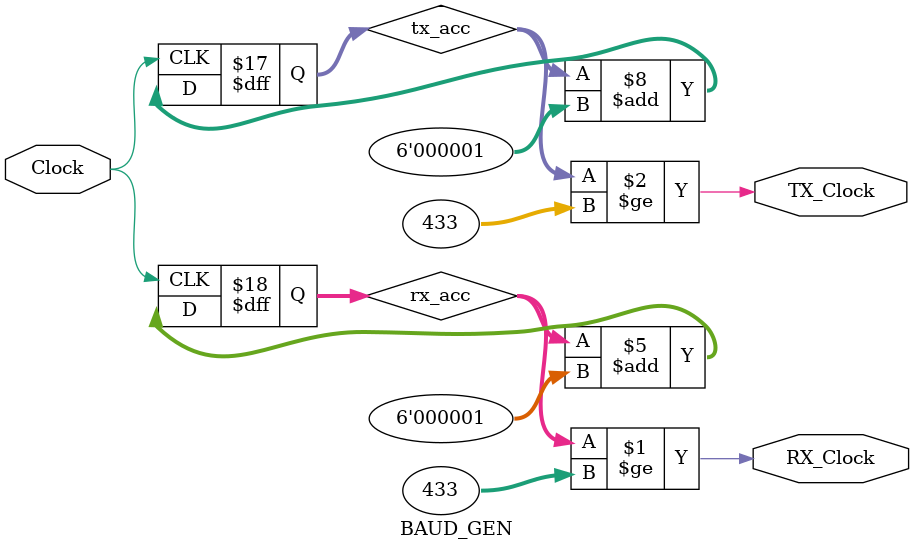
<source format=v>
module BAUD_GEN(input wire Clock,
		     output wire RX_Clock,
		     output wire TX_Clock);

//if Clock 50 MHz

//parameter RX_ACC_MAX = 50000000 / (115200 * 16);

parameter RX_ACC_MAX = 868;//100000000 / 115200;
parameter TX_ACC_MAX = 868;//100000000 / 115200;
parameter RX_ACC_WIDTH = 6;//$clog2(RX_ACC_MAX);
parameter TX_ACC_WIDTH = 6;//$clog2(TX_ACC_MAX);

reg [RX_ACC_WIDTH - 1:0] rx_acc = 0;
reg [TX_ACC_WIDTH - 1:0] tx_acc = 0;

//reg [7:0] rx_acc = 0;
//reg [7:0] tx_acc = 0;


assign RX_Clock = (rx_acc >= (RX_ACC_MAX-1)/2); // divide by 2
assign TX_Clock = (tx_acc >= (TX_ACC_MAX-1)/2); // divide by 2

always @(posedge Clock) begin
	if(rx_acc == RX_ACC_MAX)
		rx_acc = 0;
	else
		rx_acc <= rx_acc + 6'b1;
end

always @(posedge Clock) begin
	if(tx_acc == TX_ACC_MAX)
		tx_acc = 0;
	else
		tx_acc <= tx_acc + 6'b1;
end

endmodule

</source>
